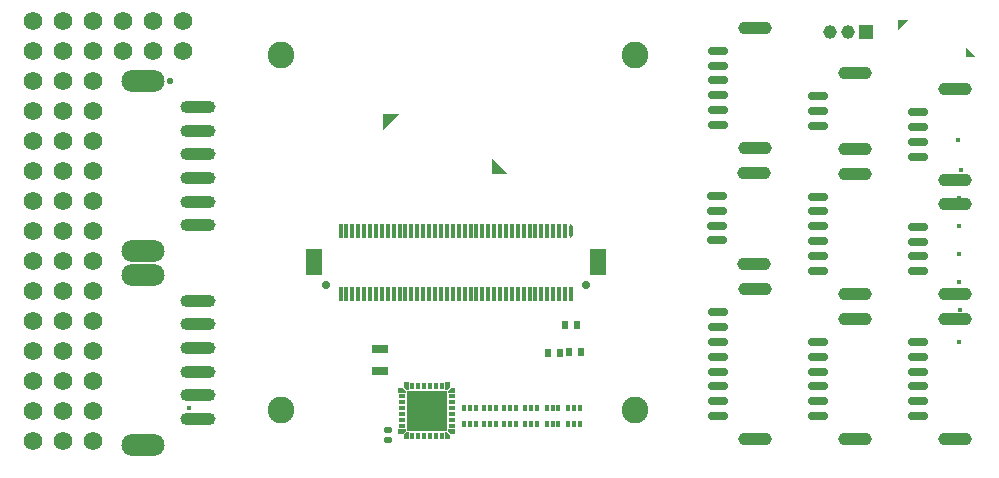
<source format=gts>
G04 Layer_Color=8388736*
%FSLAX42Y42*%
%MOMM*%
G71*
G01*
G75*
G04:AMPARAMS|DCode=25|XSize=0.51mm|YSize=0.61mm|CornerRadius=0.13mm|HoleSize=0mm|Usage=FLASHONLY|Rotation=270.000|XOffset=0mm|YOffset=0mm|HoleType=Round|Shape=RoundedRectangle|*
%AMROUNDEDRECTD25*
21,1,0.51,0.36,0,0,270.0*
21,1,0.25,0.61,0,0,270.0*
1,1,0.25,-0.18,-0.13*
1,1,0.25,-0.18,0.13*
1,1,0.25,0.18,0.13*
1,1,0.25,0.18,-0.13*
%
%ADD25ROUNDEDRECTD25*%
%ADD91R,0.35X0.50*%
%ADD92R,0.30X1.17*%
%ADD93R,1.47X2.16*%
G04:AMPARAMS|DCode=94|XSize=0.3mm|YSize=1.17mm|CornerRadius=0.15mm|HoleSize=0mm|Usage=FLASHONLY|Rotation=0.000|XOffset=0mm|YOffset=0mm|HoleType=Round|Shape=RoundedRectangle|*
%AMROUNDEDRECTD94*
21,1,0.30,0.86,0,0,0.0*
21,1,0.00,1.17,0,0,0.0*
1,1,0.30,0.00,-0.43*
1,1,0.30,0.00,-0.43*
1,1,0.30,0.00,0.43*
1,1,0.30,0.00,0.43*
%
%ADD94ROUNDEDRECTD94*%
G04:AMPARAMS|DCode=95|XSize=2.87mm|YSize=1.07mm|CornerRadius=0.53mm|HoleSize=0mm|Usage=FLASHONLY|Rotation=180.000|XOffset=0mm|YOffset=0mm|HoleType=Round|Shape=RoundedRectangle|*
%AMROUNDEDRECTD95*
21,1,2.87,0.00,0,0,180.0*
21,1,1.80,1.07,0,0,180.0*
1,1,1.07,-0.90,0.00*
1,1,1.07,0.90,0.00*
1,1,1.07,0.90,0.00*
1,1,1.07,-0.90,0.00*
%
%ADD95ROUNDEDRECTD95*%
G04:AMPARAMS|DCode=96|XSize=0.66mm|YSize=1.75mm|CornerRadius=0.33mm|HoleSize=0mm|Usage=FLASHONLY|Rotation=90.000|XOffset=0mm|YOffset=0mm|HoleType=Round|Shape=RoundedRectangle|*
%AMROUNDEDRECTD96*
21,1,0.66,1.09,0,0,90.0*
21,1,0.00,1.75,0,0,90.0*
1,1,0.66,0.55,0.00*
1,1,0.66,0.55,0.00*
1,1,0.66,-0.55,0.00*
1,1,0.66,-0.55,0.00*
%
%ADD96ROUNDEDRECTD96*%
G04:AMPARAMS|DCode=97|XSize=1.07mm|YSize=2.97mm|CornerRadius=0.53mm|HoleSize=0mm|Usage=FLASHONLY|Rotation=270.000|XOffset=0mm|YOffset=0mm|HoleType=Round|Shape=RoundedRectangle|*
%AMROUNDEDRECTD97*
21,1,1.07,1.91,0,0,270.0*
21,1,0.00,2.97,0,0,270.0*
1,1,1.07,-0.95,0.00*
1,1,1.07,-0.95,0.00*
1,1,1.07,0.95,0.00*
1,1,1.07,0.95,0.00*
%
%ADD97ROUNDEDRECTD97*%
G04:AMPARAMS|DCode=98|XSize=3.66mm|YSize=1.85mm|CornerRadius=0.93mm|HoleSize=0mm|Usage=FLASHONLY|Rotation=0.000|XOffset=0mm|YOffset=0mm|HoleType=Round|Shape=RoundedRectangle|*
%AMROUNDEDRECTD98*
21,1,3.66,0.00,0,0,0.0*
21,1,1.80,1.85,0,0,0.0*
1,1,1.85,0.90,0.00*
1,1,1.85,-0.90,0.00*
1,1,1.85,-0.90,0.00*
1,1,1.85,0.90,0.00*
%
%ADD98ROUNDEDRECTD98*%
%ADD99R,1.37X0.76*%
%ADD100R,0.56X0.66*%
%ADD102R,0.42X0.62*%
%ADD103R,0.62X0.42*%
%ADD104R,3.42X3.42*%
%ADD105C,1.57*%
%ADD106C,0.10*%
%ADD107C,2.26*%
%ADD108R,0.46X0.46*%
%ADD109C,0.71*%
%ADD110C,1.17*%
%ADD111R,1.17X1.17*%
%ADD112R,0.46X0.46*%
%ADD113C,0.55*%
G36*
X6167Y2733D02*
X6128Y2733D01*
X6105Y2756D01*
X6105Y2775D01*
X6167D01*
Y2733D01*
D02*
G37*
G36*
X5723Y3125D02*
X5747Y3101D01*
X5747Y3083D01*
X5685D01*
Y3125D01*
X5723Y3125D01*
D02*
G37*
G36*
X6167Y3083D02*
X6105D01*
X6105Y3101D01*
X6128Y3125D01*
X6167Y3125D01*
Y3083D01*
D02*
G37*
G36*
X5772Y2688D02*
X5730D01*
X5730Y2726D01*
X5753Y2750D01*
X5772Y2750D01*
Y2688D01*
D02*
G37*
G36*
X6098Y2750D02*
X6122Y2726D01*
X6122Y2688D01*
X6080D01*
Y2750D01*
X6098Y2750D01*
D02*
G37*
G36*
X5747Y2756D02*
X5723Y2733D01*
X5685Y2733D01*
Y2775D01*
X5747D01*
X5747Y2756D01*
D02*
G37*
G36*
X5552Y5310D02*
Y5445D01*
X5687D01*
X5552Y5310D01*
D02*
G37*
G36*
X10570Y5926D02*
X10488D01*
Y6009D01*
X10570Y5926D01*
D02*
G37*
G36*
X9918Y6156D02*
Y6239D01*
X10001D01*
X9918Y6156D01*
D02*
G37*
G36*
X5772Y3108D02*
X5753Y3108D01*
X5730Y3131D01*
X5730Y3170D01*
X5772D01*
Y3108D01*
D02*
G37*
G36*
X6122Y3131D02*
X6098Y3108D01*
X6080Y3108D01*
Y3170D01*
X6122D01*
X6122Y3131D01*
D02*
G37*
G36*
X6613Y4936D02*
X6479D01*
Y5071D01*
X6613Y4936D01*
D02*
G37*
D25*
X5593Y2685D02*
D03*
Y2765D02*
D03*
D91*
X6340Y2950D02*
D03*
X6290D02*
D03*
X6240D02*
D03*
X6340Y2815D02*
D03*
X6290D02*
D03*
X6240D02*
D03*
X7040Y2950D02*
D03*
X6990D02*
D03*
X6940D02*
D03*
X7040Y2815D02*
D03*
X6990D02*
D03*
X6940D02*
D03*
X6860Y2950D02*
D03*
X6810D02*
D03*
X6760D02*
D03*
X6860Y2815D02*
D03*
X6810D02*
D03*
X6760D02*
D03*
X7220Y2950D02*
D03*
X7170D02*
D03*
X7120D02*
D03*
X7220Y2815D02*
D03*
X7170D02*
D03*
X7120D02*
D03*
X6680Y2950D02*
D03*
X6630D02*
D03*
X6580D02*
D03*
X6680Y2815D02*
D03*
X6630D02*
D03*
X6580D02*
D03*
X6510Y2950D02*
D03*
X6460D02*
D03*
X6410D02*
D03*
X6510Y2815D02*
D03*
X6460D02*
D03*
X6410D02*
D03*
D92*
X5195Y3921D02*
D03*
Y4453D02*
D03*
X5245Y3921D02*
D03*
Y4453D02*
D03*
X5295Y3921D02*
D03*
Y4453D02*
D03*
X5345Y3921D02*
D03*
Y4453D02*
D03*
X5395Y3921D02*
D03*
Y4453D02*
D03*
X5445Y3921D02*
D03*
Y4453D02*
D03*
X5495Y3921D02*
D03*
Y4453D02*
D03*
X5545Y3921D02*
D03*
Y4453D02*
D03*
X5595Y3921D02*
D03*
Y4453D02*
D03*
X5645Y3921D02*
D03*
Y4453D02*
D03*
X5695Y3921D02*
D03*
X5745D02*
D03*
X5795D02*
D03*
X5845D02*
D03*
X5895D02*
D03*
X5945D02*
D03*
X5995D02*
D03*
X6045D02*
D03*
X6095D02*
D03*
X6145D02*
D03*
X6195D02*
D03*
X6246D02*
D03*
X6297D02*
D03*
X6345D02*
D03*
X6396D02*
D03*
X6447D02*
D03*
X6495D02*
D03*
X6546D02*
D03*
X6596D02*
D03*
X6647D02*
D03*
X6695D02*
D03*
X6746D02*
D03*
X6797D02*
D03*
X6845D02*
D03*
X6896D02*
D03*
X6947D02*
D03*
X6995D02*
D03*
X7046D02*
D03*
X7097D02*
D03*
X7145D02*
D03*
X5695Y4453D02*
D03*
X5745D02*
D03*
X5795D02*
D03*
X5845D02*
D03*
X5895D02*
D03*
X5945D02*
D03*
X5995D02*
D03*
X6045D02*
D03*
X6095D02*
D03*
X6145D02*
D03*
X6195D02*
D03*
X6246D02*
D03*
X6297D02*
D03*
X6345D02*
D03*
X6396D02*
D03*
X6447D02*
D03*
X6495D02*
D03*
X6546D02*
D03*
X6596D02*
D03*
X6647D02*
D03*
X6695D02*
D03*
X6746D02*
D03*
X6797D02*
D03*
X6845D02*
D03*
X6896D02*
D03*
X6947D02*
D03*
X6995D02*
D03*
X7046D02*
D03*
X7097D02*
D03*
D93*
X7371Y4186D02*
D03*
X4970D02*
D03*
D94*
X7145Y4453D02*
D03*
D95*
X8705Y2690D02*
D03*
Y3958D02*
D03*
Y5156D02*
D03*
Y6172D02*
D03*
X10400Y4683D02*
D03*
Y3916D02*
D03*
X9550Y5147D02*
D03*
Y5787D02*
D03*
X8700Y4942D02*
D03*
Y4176D02*
D03*
X10400Y5652D02*
D03*
Y4886D02*
D03*
X9550Y3922D02*
D03*
Y4938D02*
D03*
X10400Y2692D02*
D03*
Y3708D02*
D03*
X9550Y2692D02*
D03*
Y3708D02*
D03*
D96*
X8390Y2886D02*
D03*
Y3010D02*
D03*
Y3137D02*
D03*
Y3262D02*
D03*
Y3388D02*
D03*
Y3512D02*
D03*
Y3638D02*
D03*
Y3762D02*
D03*
Y5349D02*
D03*
Y5476D02*
D03*
Y5601D02*
D03*
Y5727D02*
D03*
Y5852D02*
D03*
Y5977D02*
D03*
X10085Y4488D02*
D03*
Y4362D02*
D03*
Y4237D02*
D03*
Y4112D02*
D03*
X9235Y5340D02*
D03*
Y5467D02*
D03*
Y5592D02*
D03*
X8385Y4747D02*
D03*
Y4622D02*
D03*
Y4497D02*
D03*
Y4372D02*
D03*
X10085Y5457D02*
D03*
Y5332D02*
D03*
Y5206D02*
D03*
Y5081D02*
D03*
X9235Y4115D02*
D03*
Y4242D02*
D03*
Y4367D02*
D03*
Y4492D02*
D03*
Y4617D02*
D03*
Y4742D02*
D03*
X10085Y2885D02*
D03*
Y3012D02*
D03*
Y3136D02*
D03*
Y3262D02*
D03*
Y3388D02*
D03*
Y3512D02*
D03*
X9235Y2885D02*
D03*
Y3012D02*
D03*
Y3136D02*
D03*
Y3262D02*
D03*
Y3388D02*
D03*
Y3512D02*
D03*
D97*
X3990Y2860D02*
D03*
Y3060D02*
D03*
Y3260D02*
D03*
Y3462D02*
D03*
Y3662D02*
D03*
Y3860D02*
D03*
Y4500D02*
D03*
Y4700D02*
D03*
Y4900D02*
D03*
Y5102D02*
D03*
Y5302D02*
D03*
Y5500D02*
D03*
D98*
X3525Y2640D02*
D03*
Y4081D02*
D03*
Y4280D02*
D03*
Y5721D02*
D03*
D99*
X5530Y3454D02*
D03*
Y3263D02*
D03*
D100*
X7050Y3420D02*
D03*
X6949D02*
D03*
X7195Y3660D02*
D03*
X7094D02*
D03*
X7233Y3424D02*
D03*
X7132D02*
D03*
D102*
X6051Y3139D02*
D03*
X6001D02*
D03*
X5951D02*
D03*
X5901D02*
D03*
X5851D02*
D03*
X5801D02*
D03*
Y2719D02*
D03*
X5851D02*
D03*
X5901D02*
D03*
X5951D02*
D03*
X6001D02*
D03*
X6051D02*
D03*
D103*
X5716Y3054D02*
D03*
Y3004D02*
D03*
Y2954D02*
D03*
Y2904D02*
D03*
Y2854D02*
D03*
Y2804D02*
D03*
X6136D02*
D03*
Y2854D02*
D03*
Y2904D02*
D03*
Y2954D02*
D03*
Y3004D02*
D03*
Y3054D02*
D03*
D104*
X5926Y2929D02*
D03*
D105*
X2846Y2674D02*
D03*
Y2928D02*
D03*
Y3182D02*
D03*
Y3436D02*
D03*
Y3690D02*
D03*
Y3944D02*
D03*
Y4198D02*
D03*
Y4452D02*
D03*
Y4706D02*
D03*
Y4960D02*
D03*
Y5214D02*
D03*
Y5468D02*
D03*
Y5722D02*
D03*
X3100Y2674D02*
D03*
Y2928D02*
D03*
Y3182D02*
D03*
Y3436D02*
D03*
Y3690D02*
D03*
Y3944D02*
D03*
Y4198D02*
D03*
Y4452D02*
D03*
Y4706D02*
D03*
Y4960D02*
D03*
Y5214D02*
D03*
Y5468D02*
D03*
Y5722D02*
D03*
Y5976D02*
D03*
X2846Y6230D02*
D03*
Y5976D02*
D03*
X2592Y2674D02*
D03*
Y2928D02*
D03*
Y3182D02*
D03*
Y3436D02*
D03*
Y3690D02*
D03*
Y3944D02*
D03*
Y4198D02*
D03*
Y4452D02*
D03*
Y4706D02*
D03*
Y4960D02*
D03*
Y5214D02*
D03*
Y5468D02*
D03*
Y5722D02*
D03*
Y5976D02*
D03*
Y6230D02*
D03*
X3100D02*
D03*
X3858D02*
D03*
Y5976D02*
D03*
X3604Y6230D02*
D03*
Y5976D02*
D03*
X3350Y6230D02*
D03*
Y5976D02*
D03*
D106*
X8701Y2786D02*
D03*
X8760Y5573D02*
D03*
X5898Y3515D02*
D03*
X10430Y5538D02*
D03*
X3601Y2951D02*
D03*
X5200Y5780D02*
D03*
D107*
X7691Y5939D02*
D03*
X4691Y2939D02*
D03*
X7691D02*
D03*
X4691Y5939D02*
D03*
D108*
X10434Y4497D02*
D03*
Y4023D02*
D03*
Y3513D02*
D03*
X10436Y3786D02*
D03*
X10421Y5221D02*
D03*
X10434Y4260D02*
D03*
Y4734D02*
D03*
X10446Y4971D02*
D03*
D109*
X7272Y3996D02*
D03*
X5070D02*
D03*
D110*
X9339Y6135D02*
D03*
X9491D02*
D03*
D111*
X9641D02*
D03*
D112*
X3913Y2954D02*
D03*
D113*
X3748Y5721D02*
D03*
M02*

</source>
